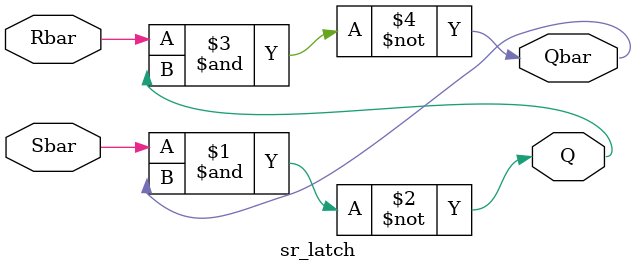
<source format=v>
module sr_latch(Q,Qbar,Sbar,Rbar);

output Q,Qbar;
input Sbar,Rbar;

wire Q,Qbar;
wire Sbar,Rbar;

nand n1(Q,Sbar,Qbar);
nand n2(Qbar,Rbar,Q);

endmodule

</source>
